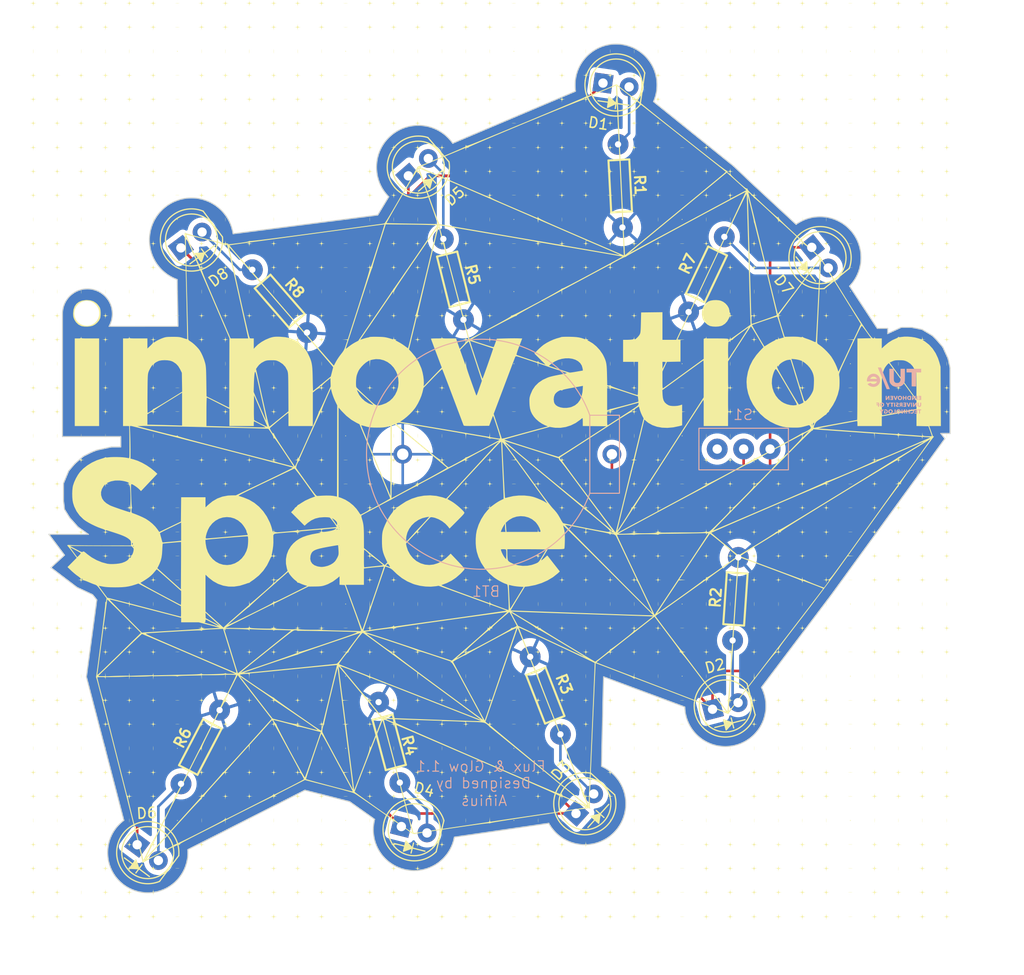
<source format=kicad_pcb>
(kicad_pcb (version 20241229) (generator "pcbnew") (generator_version "9.0")
  (layers (0 "F.Cu" signal) (2 "B.Cu" signal) (13 "F.Paste" user) (15 "B.Paste" user) (5 "F.SilkS" user "F.Silkscreen") (7 "B.SilkS" user "B.Silkscreen") (1 "F.Mask" user) (3 "B.Mask" user) (25 "Edge.Cuts" user))
  (net 0 "")
  (net 1 "/V_bat")
  (net 2 "GND")
  (net 3 "/V_in")
  (net 4 "Net-(D1-K)")
  (net 5 "Net-(D2-K)")
  (net 6 "Net-(D3-K)")
  (net 7 "Net-(D4-K)")
  (net 8 "Net-(D5-K)")
  (net 9 "Net-(D6-K)")
  (net 10 "Net-(D7-K)")
  (net 11 "Net-(D8-K)")
  (footprint "Wireup:LED_5MM" (layer "F.Cu") (at 106.4 50.3 -51.3)
    (property "Reference" "D7" (at -0.15923 4.357137 128.7) (layer "F.SilkS"))
    (property "Value" "LED_5MM")
    (pad "1" thru_hole rect (at -1.27 0 308.7) (size 1.8 1.8) (drill 0.9) (layers "*.Cu" "*.Mask" "B.Paste") (net 3 "/V_in"))
    (pad "2" thru_hole circle (at 1.27 0 308.7) (size 1.8 1.8) (drill 0.9) (layers "*.Cu" "*.Mask" "B.Paste") (net 10 "Net-(D7-K)"))
  )
  (footprint "Wireup:LOGO_IS_90" (layer "F.Cu") (at 75 70)
    (property "Reference" "G***" (hide yes))
    (property "Value" "LOGO" (hide yes))
  )
  (footprint "Wireup:R_Axial_DIN0207" (layer "F.Cu") (at 87.2 43.4 -87)
    (property "Reference" "R1" (at 0 -1.9 93) (layer "F.SilkS") (effects (font (thickness 0.2))))
    (property "Value" "R_AXIAL_DIN0207" (hide yes))
    (pad "1" thru_hole circle (at -4 0 273) (size 2 2) (drill 0.6) (layers "*.Cu" "*.Mask" "B.Paste") (net 4 "Net-(D1-K)"))
    (pad "2" thru_hole circle (at 4 0 273) (size 2 2) (drill 0.6) (layers "*.Cu" "*.Mask" "B.Paste") (net 2 "GND"))
  )
  (footprint "Wireup:R_Axial_DIN0207" (layer "F.Cu") (at 71.167688 52.381183 -76)
    (property "Reference" "R5" (at 0 -1.9 104) (layer "F.SilkS") (effects (font (thickness 0.2))))
    (property "Value" "R_AXIAL_DIN0207" (hide yes))
    (pad "1" thru_hole circle (at -4 0 284) (size 2 2) (drill 0.6) (layers "*.Cu" "*.Mask" "B.Paste") (net 8 "Net-(D5-K)"))
    (pad "2" thru_hole circle (at 4 0 284) (size 2 2) (drill 0.6) (layers "*.Cu" "*.Mask" "B.Paste") (net 2 "GND"))
  )
  (footprint "Wireup:R_Axial_DIN0207" (layer "F.Cu") (at 98.272061 83.109263 86.1)
    (property "Reference" "R2" (at 0 -1.9 86.1) (layer "F.SilkS") (effects (font (thickness 0.2))))
    (property "Value" "R_AXIAL_DIN0207" (hide yes))
    (pad "1" thru_hole circle (at -4 0 86.1) (size 2 2) (drill 0.6) (layers "*.Cu" "*.Mask" "B.Paste") (net 5 "Net-(D2-K)"))
    (pad "2" thru_hole circle (at 4 0 86.1) (size 2 2) (drill 0.6) (layers "*.Cu" "*.Mask" "B.Paste") (net 2 "GND"))
  )
  (footprint "Wireup:R_Axial_DIN0207" (layer "F.Cu") (at 65 96.9 104.8)
    (property "Reference" "R4" (at -0.775394 1.760331 104.8) (layer "F.SilkS") (effects (font (thickness 0.2))))
    (property "Value" "R_AXIAL_DIN0207" (hide yes))
    (pad "1" thru_hole circle (at -4 0 104.8) (size 2 2) (drill 0.6) (layers "*.Cu" "*.Mask" "B.Paste") (net 7 "Net-(D4-K)"))
    (pad "2" thru_hole circle (at 4 0 104.8) (size 2 2) (drill 0.6) (layers "*.Cu" "*.Mask" "B.Paste") (net 2 "GND"))
  )
  (footprint "Wireup:R_Axial_DIN0207" (layer "F.Cu") (at 95.484259 51.913341 -115.4)
    (property "Reference" "R7" (at -0.150055 2.046442 64.6) (layer "F.SilkS") (effects (font (thickness 0.2))))
    (property "Value" "R_AXIAL_DIN0207" (hide yes))
    (pad "1" thru_hole circle (at -4 0 244.6) (size 2 2) (drill 0.6) (layers "*.Cu" "*.Mask" "B.Paste") (net 10 "Net-(D7-K)"))
    (pad "2" thru_hole circle (at 4 0 244.6) (size 2 2) (drill 0.6) (layers "*.Cu" "*.Mask" "B.Paste") (net 2 "GND"))
  )
  (footprint "Wireup:R_Axial_DIN0207" (layer "F.Cu") (at 46.846816 97.344814 62.4)
    (property "Reference" "R6" (at -0.000001 -1.9 62.4) (layer "F.SilkS") (effects (font (thickness 0.2))))
    (property "Value" "R_AXIAL_DIN0207" (hide yes))
    (pad "1" thru_hole circle (at -4 0 62.4) (size 2 2) (drill 0.6) (layers "*.Cu" "*.Mask" "B.Paste") (net 9 "Net-(D6-K)"))
    (pad "2" thru_hole circle (at 4 0 62.4) (size 2 2) (drill 0.6) (layers "*.Cu" "*.Mask" "B.Paste") (net 2 "GND"))
  )
  (footprint "Wireup:R_Axial_DIN0207" (layer "F.Cu") (at 54.475764 54.481162 -49)
    (property "Reference" "R8" (at 0 -1.9 131) (layer "F.SilkS") (effects (font (thickness 0.2))))
    (property "Value" "R_AXIAL_DIN0207" (hide yes))
    (pad "1" thru_hole circle (at -4 0 311) (size 2 2) (drill 0.6) (layers "*.Cu" "*.Mask" "B.Paste") (net 11 "Net-(D8-K)"))
    (pad "2" thru_hole circle (at 4 0 311) (size 2 2) (drill 0.6) (layers "*.Cu" "*.Mask" "B.Paste") (net 2 "GND"))
  )
  (footprint "Wireup:R_Axial_DIN0207" (layer "F.Cu") (at 80 92.4 111.3)
    (property "Reference" "R3" (at 0.371008 2.076621 111.3) (layer "F.SilkS") (effects (font (thickness 0.2))))
    (property "Value" "R_AXIAL_DIN0207" (hide yes))
    (pad "1" thru_hole circle (at -4 0 111.3) (size 2 2) (drill 0.6) (layers "*.Cu" "*.Mask" "B.Paste") (net 6 "Net-(D3-K)"))
    (pad "2" thru_hole circle (at 4 0 111.3) (size 2 2) (drill 0.6) (layers "*.Cu" "*.Mask" "B.Paste") (net 2 "GND"))
  )
  (footprint "Wireup:LED_5MM" (layer "F.Cu") (at 67.8 41.6 41)
    (property "Reference" "D5" (at 0.804518 4.409393 41) (layer "F.SilkS"))
    (property "Value" "LED_5MM")
    (pad "1" thru_hole rect (at -1.27 0 41) (size 1.8 1.8) (drill 0.9) (layers "*.Cu" "*.Mask" "B.Paste") (net 3 "/V_in"))
    (pad "2" thru_hole circle (at 1.27 0 41) (size 1.8 1.8) (drill 0.9) (layers "*.Cu" "*.Mask" "B.Paste") (net 8 "Net-(D5-K)"))
  )
  (footprint "Wireup:LED_5MM" (layer "F.Cu") (at 67.4 105.3 -14)
    (property "Reference" "D4" (at 0 -3.96 166) (layer "F.SilkS"))
    (property "Value" "LED_5MM")
    (pad "1" thru_hole rect (at -1.27 0 346) (size 1.8 1.8) (drill 0.9) (layers "*.Cu" "*.Mask" "B.Paste") (net 3 "/V_in"))
    (pad "2" thru_hole circle (at 1.27 0 346) (size 1.8 1.8) (drill 0.9) (layers "*.Cu" "*.Mask" "B.Paste") (net 7 "Net-(D4-K)"))
  )
  (footprint "Wireup:LED_5MM" (layer "F.Cu") (at 83.8 102.8 47.9)
    (property "Reference" "D3" (at 0.832341 -3.85191 47.9) (layer "F.SilkS"))
    (property "Value" "LED_5MM")
    (pad "1" thru_hole rect (at -1.27 0 47.9) (size 1.8 1.8) (drill 0.9) (layers "*.Cu" "*.Mask" "B.Paste") (net 3 "/V_in"))
    (pad "2" thru_hole circle (at 1.27 0 47.9) (size 1.8 1.8) (drill 0.9) (layers "*.Cu" "*.Mask" "B.Paste") (net 6 "Net-(D3-K)"))
  )
  (footprint "Wireup:LED_5MM" (layer "F.Cu") (at 86.8 33.7 -8.3)
    (property "Reference" "D1" (at -1.148076 3.906651 171.7) (layer "F.SilkS"))
    (property "Value" "LED_5MM")
    (pad "1" thru_hole rect (at -1.27 0 351.7) (size 1.8 1.8) (drill 0.9) (layers "*.Cu" "*.Mask" "B.Paste") (net 3 "/V_in"))
    (pad "2" thru_hole circle (at 1.27 0 351.7) (size 1.8 1.8) (drill 0.9) (layers "*.Cu" "*.Mask" "B.Paste") (net 4 "Net-(D1-K)"))
  )
  (footprint "Wireup:LED_5MM" (layer "F.Cu") (at 97.3 93.4 14.5)
    (property "Reference" "D2" (at 0 -3.96 14.5) (layer "F.SilkS"))
    (property "Value" "LED_5MM")
    (pad "1" thru_hole rect (at -1.270001 0 14.5) (size 1.8 1.8) (drill 0.9) (layers "*.Cu" "*.Mask" "B.Paste") (net 3 "/V_in"))
    (pad "2" thru_hole circle (at 1.270001 0 14.5) (size 1.8 1.8) (drill 0.9) (layers "*.Cu" "*.Mask" "B.Paste") (net 5 "Net-(D2-K)"))
  )
  (footprint "Wireup:LED_5MM" (layer "F.Cu") (at 41.8 107.5 -36.7)
    (property "Reference" "D6" (at -2.351153 -2.986985 183.3) (layer "F.SilkS"))
    (property "Value" "LED_5MM")
    (pad "1" thru_hole rect (at -1.27 0 323.3) (size 1.8 1.8) (drill 0.9) (layers "*.Cu" "*.Mask" "B.Paste") (net 3 "/V_in"))
    (pad "2" thru_hole circle (at 1.27 0 323.3) (size 1.8 1.8) (drill 0.9) (layers "*.Cu" "*.Mask" "B.Paste") (net 9 "Net-(D6-K)"))
  )
  (footprint "Wireup:LED_5MM" (layer "F.Cu") (at 46 48.6 36.8)
    (property "Reference" "D8" (at -0.074583 4.440094 36.8) (layer "F.SilkS"))
    (property "Value" "LED_5MM")
    (pad "1" thru_hole rect (at -1.27 0 36.8) (size 1.8 1.8) (drill 0.9) (layers "*.Cu" "*.Mask" "B.Paste") (net 3 "/V_in"))
    (pad "2" thru_hole circle (at 1.27 0 36.8) (size 1.8 1.8) (drill 0.9) (layers "*.Cu" "*.Mask" "B.Paste") (net 11 "Net-(D8-K)"))
  )
  (footprint "Wireup:tue_logo" (layer "B.Cu") (at 113.5 63.2 180)
    (property "Reference" "G***" (hide yes))
    (property "Value" "LOGO" (hide yes))
  )
  (footprint "Wireup:MFP1220" (layer "B.Cu") (at 99.06 68.7)
    (property "Reference" "S1" (at -0.06 -3.3 0) (layer "B.SilkS") (effects (font (thickness 0.1)) (justify mirror)))
    (property "Value" "MFP1220")
    (pad "1" thru_hole circle (at -2.54 0) (size 2 2) (drill 0.9) (layers "*.Cu" "*.Mask"))
    (pad "2" thru_hole circle (at 0 0) (size 2 2) (drill 0.9) (layers "*.Cu" "*.Mask") (net 1 "/V_bat"))
    (pad "3" thru_hole circle (at 2.54 0) (size 2 2) (drill 0.9) (layers "*.Cu" "*.Mask") (net 3 "/V_in"))
  )
  (footprint "Wireup:Flux_and_glow" (layer "B.Cu") (at 74.2 99.7 180)
    (property "Reference" "REF**" (hide yes))
    (property "Value" "Flux_and_glow")
    (fp_text user "Flux & Glow 1.1" (at -5.9 -0.1 0) (layer "B.SilkS") (effects (font (thickness 0.1)) (justify left bottom mirror)))
  )
  (footprint "Wireup:CR2032 holder" (layer "B.Cu") (at 74.3 69.2 -90)
    (property "Reference" "BT1" (at 13.2 0 0) (layer "B.SilkS") (effects (font (thickness 0.1)) (justify mirror)))
    (property "Value" "BATTERY")
    (pad "1" thru_hole circle (at 0 -12.1 270) (size 1.8 1.8) (drill 1) (layers "*.Cu" "*.Mask") (net 1 "/V_bat"))
    (pad "2" thru_hole circle (at 0 8 270) (size 1.8 1.8) (drill 1.1) (layers "*.Cu" "*.Mask") (net 2 "GND") (thermal_bridge_width 0.1) (thermal_gap 2))
  )
  (footprint "Wireup:designed_by_Ainius" (layer "B.Cu") (at 73.9 104.7 180)
    (property "Reference" "REF**" (hide yes))
    (property "Value" "designed_by_Ainius")
    (fp_text user "Designed by" (at -4.8 3.3 0) (layer "B.SilkS") (effects (font (thickness 0.1)) (justify left bottom mirror)))
    (fp_text user "Ainius" (at -2.5 1.6 0) (layer "B.SilkS") (effects (font (thickness 0.1)) (justify left bottom mirror)))
  )
  (gr_line (start 98.1 41.5) (end 100 43.3) (stroke (width 0.1)) (layer "Edge.Cuts"))
  (gr_line (start 36.1 76.9) (end 35.1 76.2) (stroke (width 0.1)) (layer "Edge.Cuts"))
  (gr_line (start 114.2 57) (end 115.2 57) (stroke (width 0.1)) (layer "Edge.Cuts"))
  (gr_line (start 50 48) (end 63.9 46.2) (stroke (width 0.1)) (layer "Edge.Cuts"))
  (gr_line (start 118.7 60) (end 118.9 60.9) (stroke (width 0.1)) (layer "Edge.Cuts"))
  (gr_line (start 35.9 90.6) (end 36.9 83.2) (stroke (width 0.1)) (layer "Edge.Cuts"))
  (gr_line (start 80.33772 104.679525) (end 71.264357 106.011855) (stroke (width 0.1)) (layer "Edge.Cuts"))
  (gr_arc (start 104.1 47.1) (mid 109.380662 47.722083) (end 109.235027 53.037266) (stroke (width 0.1)) (layer "Edge.Cuts"))
  (gr_line (start 117.2 57.8) (end 117.6 58.2) (stroke (width 0.1)) (layer "Edge.Cuts"))
  (gr_line (start 117.6 58.2) (end 118.2 58.9) (stroke (width 0.1)) (layer "Edge.Cuts"))
  (gr_line (start 85.6 90.6) (end 85.4 99.2) (stroke (width 0.1)) (layer "Edge.Cuts"))
  (gr_line (start 107.5 82.7) (end 100.76814 91.613384) (stroke (width 0.1)) (layer "Edge.Cuts"))
  (gr_line (start 118.9 67.2) (end 118 67.2) (stroke (width 0.1)) (layer "Edge.Cuts"))
  (gr_line (start 118 67.2) (end 118.4 67.7) (stroke (width 0.1)) (layer "Edge.Cuts"))
  (gr_line (start 36.9 68.8) (end 38.3 68.5) (stroke (width 0.1)) (layer "Edge.Cuts"))
  (gr_line (start 61.2 102.6) (end 56.9 101.5) (stroke (width 0.1)) (layer "Edge.Cuts"))
  (gr_line (start 34.3 75.3) (end 33.8 74.5) (stroke (width 0.1)) (layer "Edge.Cuts"))
  (gr_line (start 33.8 78.9) (end 32.3 76.9) (stroke (width 0.1)) (layer "Edge.Cuts"))
  (gr_line (start 32.3 76.9) (end 36.1 76.9) (stroke (width 0.1)) (layer "Edge.Cuts"))
  (gr_line (start 35.1 76.2) (end 34.3 75.3) (stroke (width 0.1)) (layer "Edge.Cuts"))
  (gr_line (start 93.4 93.5) (end 85.6 90.6) (stroke (width 0.1)) (layer "Edge.Cuts"))
  (gr_line (start 39.5 104.4) (end 35.9 90.6) (stroke (width 0.1)) (layer "Edge.Cuts"))
  (gr_line (start 33.6 67.5) (end 33.6 55.6) (stroke (width 0.1)) (layer "Edge.Cuts"))
  (gr_line (start 63.6 104.3) (end 61.2 102.6) (stroke (width 0.1)) (layer "Edge.Cuts"))
  (gr_line (start 111.9 57.1) (end 112.9 57.1) (stroke (width 0.1)) (layer "Edge.Cuts"))
  (gr_line (start 118.2 58.9) (end 118.7 60) (stroke (width 0.1)) (layer "Edge.Cuts"))
  (gr_line (start 32.5 80.1) (end 33.8 78.9) (stroke (width 0.1)) (layer "Edge.Cuts"))
  (gr_line (start 100 43.3) (end 104.1 47.1) (stroke (width 0.1)) (layer "Edge.Cuts"))
  (gr_line (start 118.9 60.9) (end 118.9 67.2) (stroke (width 0.1)) (layer "Edge.Cuts"))
  (gr_line (start 112.9 57.6) (end 114.2 57) (stroke (width 0.1)) (layer "Edge.Cuts"))
  (gr_arc (start 64.955708 44.444292) (mid 65.217782 38.515824) (end 71.1 39.3) (stroke (width 0.1)) (layer "Edge.Cuts"))
  (gr_line (start 116.2 57.2) (end 117.2 57.8) (stroke (width 0.1)) (layer "Edge.Cuts"))
  (gr_line (start 118.4 67.7) (end 107.5 82.7) (stroke (width 0.1)) (layer "Edge.Cuts"))
  (gr_line (start 56.9 101.5) (end 45.64924 107.211309) (stroke (width 0.1)) (layer "Edge.Cuts"))
  (gr_line (start 33.7 73.7) (end 33.7 73) (stroke (width 0.1)) (layer "Edge.Cuts"))
  (gr_line (start 33.7 73) (end 33.7 72) (stroke (width 0.1)) (layer "Edge.Cuts"))
  (gr_arc (start 71.264357 106.011855) (mid 66.543468 109.134885) (end 63.600001 104.3) (stroke (width 0.1)) (layer "Edge.Cuts"))
  (gr_line (start 63.9 46.2) (end 64.955708 44.444292) (stroke (width 0.1)) (layer "Edge.Cuts"))
  (gr_arc (start 45.64924 107.211309) (mid 40.195039 111.010569) (end 39.5 104.400001) (stroke (width 0.1)) (layer "Edge.Cuts"))
  (gr_line (start 90.4 35.3) (end 98.1 41.5) (stroke (width 0.1)) (layer "Edge.Cuts"))
  (gr_arc (start 100.76814 91.613384) (mid 98.267706 97.179357) (end 93.400001 93.5) (stroke (width 0.1)) (layer "Edge.Cuts"))
  (gr_line (start 35 82) (end 32.5 80.1) (stroke (width 0.1)) (layer "Edge.Cuts"))
  (gr_line (start 39.2 67.5) (end 33.6 67.5) (stroke (width 0.1)) (layer "Edge.Cuts"))
  (gr_line (start 115.2 57) (end 116.2 57.2) (stroke (width 0.1)) (layer "Edge.Cuts"))
  (gr_line (start 38.078823 56.903534) (end 44.7 56.9) (stroke (width 0.1)) (layer "Edge.Cuts"))
  (gr_line (start 39.2 68.5) (end 39.2 67.5) (stroke (width 0.1)) (layer "Edge.Cuts"))
  (gr_line (start 111.9 57.1) (end 109.235027 53.037266) (stroke (width 0.1)) (layer "Edge.Cuts"))
  (gr_arc (start 33.6 55.599999) (mid 36.67126 53.393615) (end 38.078823 56.903534) (stroke (width 0.1)) (layer "Edge.Cuts"))
  (gr_line (start 33.7 72) (end 34.2 70.8) (stroke (width 0.1)) (layer "Edge.Cuts"))
  (gr_line (start 38.3 68.5) (end 39.2 68.5) (stroke (width 0.1)) (layer "Edge.Cuts"))
  (gr_line (start 36.9 83.2) (end 36.5 82.7) (stroke (width 0.1)) (layer "Edge.Cuts"))
  (gr_line (start 112.9 57.6) (end 112.9 57.1) (stroke (width 0.1)) (layer "Edge.Cuts"))
  (gr_arc (start 44.626223 52.404304) (mid 43.436071 45.4717) (end 49.999999 48) (stroke (width 0.1)) (layer "Edge.Cuts"))
  (gr_line (start 71.1 39.3) (end 82.9 34.3) (stroke (width 0.1)) (layer "Edge.Cuts"))
  (gr_line (start 36.5 82.7) (end 35 82) (stroke (width 0.1)) (layer "Edge.Cuts"))
  (gr_line (start 44.7 56.9) (end 44.626223 52.404304) (stroke (width 0.1)) (layer "Edge.Cuts"))
  (gr_arc (start 85.4 99.2) (mid 86.693669 105.473327) (end 80.33772 104.679525) (stroke (width 0.1)) (layer "Edge.Cuts"))
  (gr_line (start 33.8 74.5) (end 33.7 73.7) (stroke (width 0.1)) (layer "Edge.Cuts"))
  (gr_line (start 34.8 70.1) (end 35.6 69.4) (stroke (width 0.1)) (layer "Edge.Cuts"))
  (gr_line (start 35.6 69.4) (end 36.4 69) (stroke (width 0.1)) (layer "Edge.Cuts"))
  (gr_line (start 34.2 70.8) (end 34.8 70.1) (stroke (width 0.1)) (layer "Edge.Cuts"))
  (gr_arc (start 82.906267 34.299036) (mid 87.321586 29.795138) (end 90.4 35.3) (stroke (width 0.1)) (layer "Edge.Cuts"))
  (gr_line (start 36.4 69) (end 36.9 68.8) (stroke (width 0.1)) (layer "Edge.Cuts"))
  (segment (start 86.4 69.2) (end 86.4 71.8) (width 0.25) (layer "F.Cu") (net 1))
  (segment (start 97.4 72.5) (end 99.06 70.84) (width 0.25) (layer "F.Cu") (net 1))
  (segment (start 99.06 70.84) (end 99.06 68.7) (width 0.25) (layer "F.Cu") (net 1))
  (segment (start 87.1 72.5) (end 97.4 72.5) (width 0.25) (layer "F.Cu") (net 1))
  (segment (start 86.4 71.8) (end 87.1 72.5) (width 0.25) (layer "F.Cu") (net 1))
  (via (at 35.94 55.65) (size 2.7) (drill 2.4) (layers "F.Cu" "B.Cu") (net 2))
  (segment (start 63.787482 102.612518) (end 60.174965 99) (width 0.25) (layer "F.Cu") (net 3))
  (segment (start 66.841519 44.5) (end 66.841519 42.433195) (width 0.25) (layer "F.Cu") (net 3))
  (segment (start 79.2 99.993751) (end 79.2 94.8) (width 0.25) (layer "F.Cu") (net 3))
  (segment (start 101.6 88.188435) (end 101.6 68.7) (width 0.25) (layer "F.Cu") (net 3))
  (segment (start 99.754548 90.033887) (end 101.6 88.188435) (width 0.25) (layer "F.Cu") (net 3))
  (segment (start 63.887482 102.712518) (end 63.787482 102.612518) (width 0.25) (layer "F.Cu") (net 3))
  (segment (start 91.652469 89.3) (end 96.070452 93.717983) (width 0.25) (layer "F.Cu") (net 3))
  (segment (start 74.3 42.433195) (end 68.908324 42.433195) (width 0.25) (layer "F.Cu") (net 3))
  (segment (start 66.167724 104.992759) (end 63.887482 102.712518) (width 0.25) (layer "F.Cu") (net 3))
  (segment (start 56.041519 55.3) (end 66.841519 44.5) (width 0.25) (layer "F.Cu") (net 3))
  (segment (start 73.7 103.742309) (end 69.1 103.742309) (width 0.25) (layer "F.Cu") (net 3))
  (segment (start 86.8 42.2) (end 94.2 42.2) (width 0.25) (layer "F.Cu") (net 3))
  (segment (start 44.983071 49.36076) (end 50.222311 54.6) (width 0.25) (layer "F.Cu") (net 3))
  (segment (start 101.6 59.7) (end 101.6 49.6) (width 0.25) (layer "F.Cu") (net 3))
  (segment (start 96.070452 93.717983) (end 96.070452 90.829548) (width 0.25) (layer "F.Cu") (net 3))
  (segment (start 79.2 94.8) (end 84.7 89.3) (width 0.25) (layer "F.Cu") (net 3))
  (segment (start 66.712518 102.712518) (end 63.887482 102.712518) (width 0.25) (layer "F.Cu") (net 3))
  (segment (start 96.866113 90.033887) (end 99.754548 90.033887) (width 0.25) (layer "F.Cu") (net 3))
  (segment (start 82.948558 103.742309) (end 79.2 99.993751) (width 0.25) (layer "F.Cu") (net 3))
  (segment (start 68.908324 42.433195) (end 66.841519 44.5) (width 0.25) (layer "F.Cu") (net 3))
  (segment (start 64.917273 103.742309) (end 63.787482 102.612518) (width 0.25) (layer "F.Cu") (net 3))
  (segment (start 43.802384 99) (end 40.781745 102.020639) (width 0.25) (layer "F.Cu") (net 3))
  (segment (start 44.983071 49.36076) (end 50.922311 55.3) (width 0.25) (layer "F.Cu") (net 3))
  (segment (start 85.543302 33.516668) (end 81.829985 37.229985) (width 0.25) (layer "F.Cu") (net 3))
  (segment (start 94.2 42.2) (end 101.1 49.1) (width 0.25) (layer "F.Cu") (net 3))
  (segment (start 69.1 103.742309) (end 67.742309 103.742309) (width 0.25) (layer "F.Cu") (net 3))
  (segment (start 81.829985 37.229985) (end 86.8 42.2) (width 0.25) (layer "F.Cu") (net 3))
  (segment (start 101.6 49.6) (end 101.1 49.1) (width 0.25) (layer "F.Cu") (net 3))
  (segment (start 67.742309 103.742309) (end 66.712518 102.712518) (width 0.25) (layer "F.Cu") (net 3))
  (segment (start 84.7 89.3) (end 91.652469 89.3) (width 0.25) (layer "F.Cu") (net 3))
  (segment (start 66.167724 105.367724) (end 66.167724 104.992759) (width 0.25) (layer "F.Cu") (net 3))
  (segment (start 96.070452 90.829548) (end 96.866113 90.033887) (width 0.25) (layer "F.Cu") (net 3))
  (segment (start 76.626775 42.433195) (end 74.3 42.433195) (width 0.25) (layer "F.Cu") (net 3))
  (segment (start 76.626775 42.433195) (end 70.066805 42.433195) (width 0.25) (layer "F.Cu") (net 3))
  (segment (start 82.948558 103.742309) (end 73.7 103.742309) (width 0.25) (layer "F.Cu") (net 3))
  (segment (start 101.6 59.7) (end 101.6 68.7) (width 0.25) (layer "F.Cu") (net 3))
  (segment (start 60.174965 99) (end 43.802384 99) (width 0.25) (layer "F.Cu") (net 3))
  (segment (start 40.781745 102.020639) (end 40.781745 106.741016) (width 0.25) (layer "F.Cu") (net 3))
  (segment (start 85.543302 33.516668) (end 85.543302 33.543302) (width 0.25) (layer "F.Cu") (net 3))
  (segment (start 50.922311 55.3) (end 56.041519 55.3) (width 0.25) (layer "F.Cu") (net 3))
  (segment (start 81.829985 37.229985) (end 76.626775 42.433195) (width 0.25) (layer "F.Cu") (net 3))
  (segment (start 101.1 49.1) (end 101.308853 49.308853) (width 0.25) (layer "F.Cu") (net 3))
  (segment (start 74.3 42.433195) (end 73.133195 42.433195) (width 0.25) (layer "F.Cu") (net 3))
  (segment (start 101.308853 49.308853) (end 105.605942 49.308853) (width 0.25) (layer "F.Cu") (net 3))
  (segment (start 105.605942 49.308853) (end 105.605942 49.594058) (width 0.25) (layer "F.Cu") (net 3))
  (segment (start 88.056698 38.33944) (end 86.990656 39.405482) (width 0.25) (layer "B.Cu") (net 4))
  (segment (start 88.056698 33.883332) (end 88.056698 38.33944) (width 0.25) (layer "B.Cu") (net 4))
  (segment (start 98 92.552469) (end 98.529548 93.082017) (width 0.25) (layer "B.Cu") (net 5))
  (segment (start 98 87.1) (end 98 92.552469) (width 0.25) (layer "B.Cu") (net 5))
  (segment (start 81.453005 98.659254) (end 84.651442 101.857691) (width 0.25) (layer "B.Cu") (net 6))
  (segment (start 81.453005 96.126765) (end 81.453005 98.659254) (width 0.25) (layer "B.Cu") (net 6))
  (segment (start 68.632276 103.377787) (end 68.632276 105.607241) (width 0.25) (layer "B.Cu") (net 7))
  (segment (start 66.021783 100.767294) (end 68.632276 103.377787) (width 0.25) (layer "B.Cu") (net 7))
  (segment (start 70.2 42.208324) (end 70.2 48.5) (width 0.25) (layer "B.Cu") (net 8))
  (segment (start 68.758481 40.766805) (end 70.2 42.208324) (width 0.25) (layer "B.Cu") (net 8))
  (segment (start 42.818255 108.258984) (end 42.818255 103.065005) (width 0.25) (layer "B.Cu") (net 9))
  (segment (start 42.818255 103.065005) (end 44.993632 100.889628) (width 0.25) (layer "B.Cu") (net 9))
  (segment (start 97.2 48.3) (end 100.191147 51.291147) (width 0.25) (layer "B.Cu") (net 10))
  (segment (start 100.191147 51.291147) (end 107.194058 51.291147) (width 0.25) (layer "B.Cu") (net 10))
  (segment (start 47.016929 47.83924) (end 50.640013 51.462324) (width 0.25) (layer "B.Cu") (net 11))
  (segment (start 50.640013 51.462324) (end 51.851528 51.462324) (width 0.25) (layer "B.Cu") (net 11))
  (zone (net 2) (net_name "GND") (layer "B.Cu") (connect_pads (clearance 0.5)) (min_thickness 0.25) (fill yes (thermal_gap 0.8) (thermal_bridge_width 0.3))
    (polygon (pts (xy 27.6 25.8) (xy 126 27.1) (xy 118 119.3) (xy 28.2 114)))
  )
)
</source>
